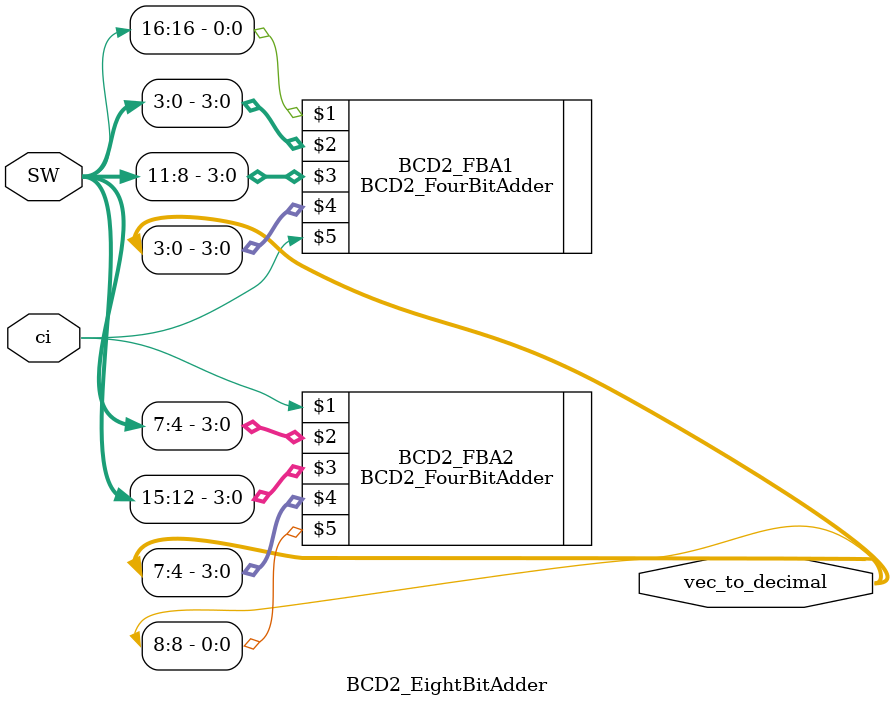
<source format=sv>
module BCD2_EightBitAdder(input logic [16:0]SW,input logic ci,output logic [8:0]vec_to_decimal);
	BCD2_FourBitAdder BCD2_FBA1(SW[16],SW[3:0],SW[11:8],vec_to_decimal[3:0],ci);
   BCD2_FourBitAdder BCD2_FBA2(ci,SW[7:4],SW[15:12],vec_to_decimal[7:4],vec_to_decimal[8]);
endmodule
</source>
